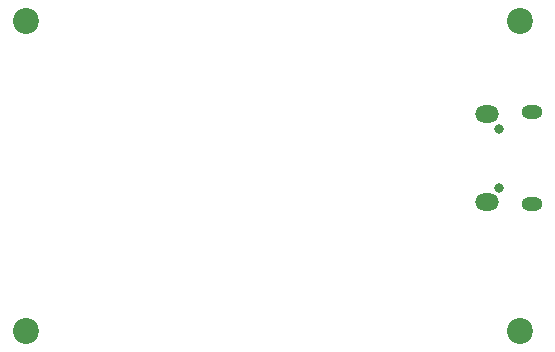
<source format=gbr>
%TF.GenerationSoftware,KiCad,Pcbnew,6.0.6-3a73a75311~116~ubuntu20.04.1*%
%TF.CreationDate,2022-07-21T13:32:12-07:00*%
%TF.ProjectId,Drone Flight Controller,44726f6e-6520-4466-9c69-67687420436f,rev?*%
%TF.SameCoordinates,Original*%
%TF.FileFunction,Soldermask,Bot*%
%TF.FilePolarity,Negative*%
%FSLAX46Y46*%
G04 Gerber Fmt 4.6, Leading zero omitted, Abs format (unit mm)*
G04 Created by KiCad (PCBNEW 6.0.6-3a73a75311~116~ubuntu20.04.1) date 2022-07-21 13:32:12*
%MOMM*%
%LPD*%
G01*
G04 APERTURE LIST*
%ADD10C,2.200000*%
%ADD11O,0.800000X0.800000*%
%ADD12O,2.000000X1.450000*%
%ADD13O,1.800000X1.150000*%
G04 APERTURE END LIST*
D10*
%TO.C,H2*%
X42200000Y-76600000D03*
%TD*%
%TO.C,H4*%
X84000000Y-102800000D03*
%TD*%
%TO.C,H1*%
X84000000Y-76600000D03*
%TD*%
%TO.C,H3*%
X42200000Y-102800000D03*
%TD*%
D11*
%TO.C,J1*%
X82245000Y-90700000D03*
X82245000Y-85700000D03*
D12*
X81195000Y-84475000D03*
X81195000Y-91925000D03*
D13*
X84995000Y-92075000D03*
X84995000Y-84325000D03*
%TD*%
M02*

</source>
